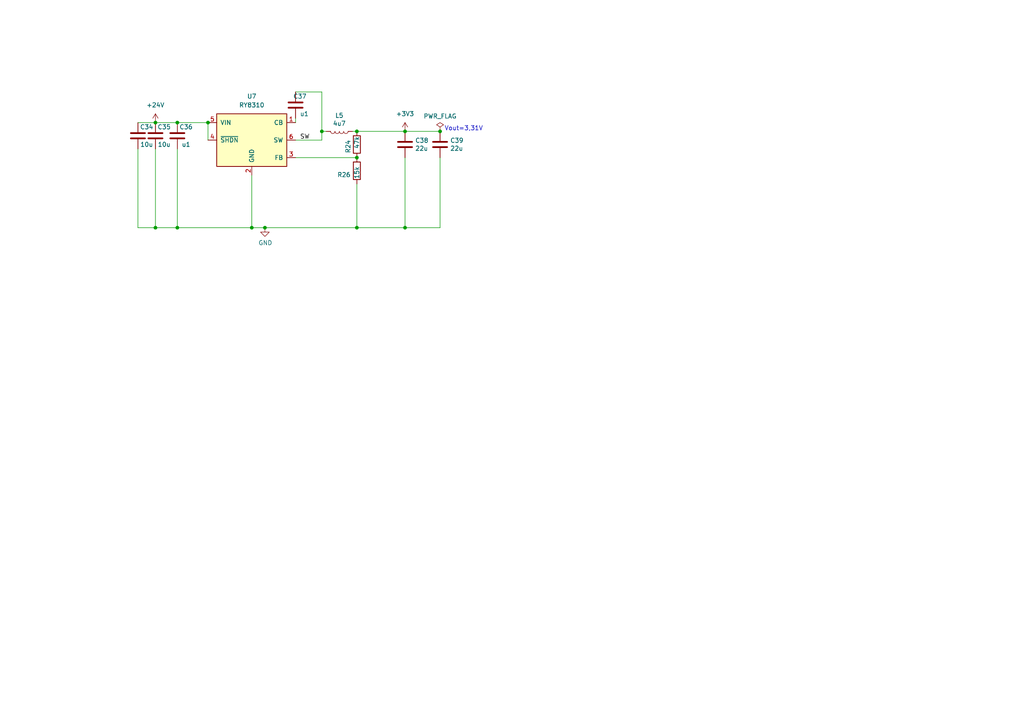
<source format=kicad_sch>
(kicad_sch (version 20230121) (generator eeschema)
  (paper "A4")
  (lib_symbols
    (symbol "Device:C" (pin_numbers hide) (pin_names (offset 0.254))
      (property "Reference" "C" (at 0.635 2.54 0))
      (property "Value" "C" (at 0.635 -2.54 0))
      (symbol "C_0_1"
        (polyline (pts (xy -2.032 -0.762) (xy 2.032 -0.762)) (stroke (width 0.508)))
        (polyline (pts (xy -2.032 0.762) (xy 2.032 0.762)) (stroke (width 0.508)))
      )
      (symbol "C_1_1"
        (pin passive line (at 0 3.81 270) (length 2.794) (name "~") (number "1"))
        (pin passive line (at 0 -3.81 90) (length 2.794) (name "~") (number "2"))
      )
    )
    (symbol "Device:L" (pin_numbers hide) (pin_names (offset 1.016) hide)
      (property "Reference" "L" (at -1.27 0 90))
      (property "Value" "L" (at 1.905 0 90))
      (symbol "L_0_1"
        (arc (start 0 -2.54) (mid 0.6323 -1.905) (end 0 -1.27))
        (arc (start 0 -1.27) (mid 0.6323 -0.635) (end 0 0))
        (arc (start 0 0) (mid 0.6323 0.635) (end 0 1.27))
        (arc (start 0 1.27) (mid 0.6323 1.905) (end 0 2.54))
      )
      (symbol "L_1_1"
        (pin passive line (at 0 3.81 270) (length 1.27) (name "1") (number "1"))
        (pin passive line (at 0 -3.81 90) (length 1.27) (name "2") (number "2"))
      )
    )
    (symbol "Device:R" (pin_numbers hide) (pin_names (offset 0))
      (property "Reference" "R" (at 2.032 0 90))
      (property "Value" "R" (at 0 0 90))
      (symbol "R_0_1"
        (rectangle (start -1.016 -2.54) (end 1.016 2.54) (stroke (width 0.254)))
      )
      (symbol "R_1_1"
        (pin passive line (at 0 3.81 270) (length 1.27) (name "~") (number "1"))
        (pin passive line (at 0 -3.81 90) (length 1.27) (name "~") (number "2"))
      )
    )
    (symbol "Regulator_Switching:LMR14206" (pin_names (offset 1.016))
      (property "Reference" "U" (at -10.16 11.43 0))
      (property "Value" "LMR14206" (at -10.16 8.89 0))
      (symbol "LMR14206_0_1"
        (rectangle (start -10.16 7.62) (end 10.16 -7.62) (stroke (width 0.254)) (fill (type background)))
      )
      (symbol "LMR14206_1_1"
        (pin input line (at 12.7 5.08 180) (length 2.54) (name "CB") (number "1"))
        (pin power_in line (at 0 -10.16 90) (length 2.54) (name "GND") (number "2"))
        (pin input line (at 12.7 -5.08 180) (length 2.54) (name "FB") (number "3"))
        (pin input line (at -12.7 0 0) (length 2.54) (name "~{SHDN}") (number "4"))
        (pin power_in line (at -12.7 5.08 0) (length 2.54) (name "VIN") (number "5"))
        (pin output line (at 12.7 0 180) (length 2.54) (name "SW") (number "6"))
      )
    )
    (symbol "power:+24V" (power) (pin_names (offset 0))
      (property "Value" "+24V" (at 0 3.556 0))
      (symbol "+24V_0_1"
        (polyline (pts (xy -0.762 1.27) (xy 0 2.54)))
        (polyline (pts (xy 0 0) (xy 0 2.54)))
        (polyline (pts (xy 0 2.54) (xy 0.762 1.27)))
      )
      (symbol "+24V_1_1"
        (pin power_in line (at 0 0 90) (length 0) hide (name "+24V") (number "1"))
      )
    )
    (symbol "power:+3V3" (power) (pin_names (offset 0))
      (property "Value" "+3V3" (at 0 3.556 0))
      (symbol "+3V3_0_1"
        (polyline (pts (xy -0.762 1.27) (xy 0 2.54)))
        (polyline (pts (xy 0 0) (xy 0 2.54)))
        (polyline (pts (xy 0 2.54) (xy 0.762 1.27)))
      )
      (symbol "+3V3_1_1"
        (pin power_in line (at 0 0 90) (length 0) hide (name "+3V3") (number "1"))
      )
    )
    (symbol "power:GND" (power) (pin_names (offset 0))
      (property "Value" "GND" (at 0 -3.81 0))
      (symbol "GND_0_1"
        (polyline (pts (xy 0 0) (xy 0 -1.27) (xy 1.27 -1.27) (xy 0 -2.54) (xy -1.27 -1.27) (xy 0 -1.27)))
      )
      (symbol "GND_1_1"
        (pin power_in line (at 0 0 270) (length 0) hide (name "GND") (number "1"))
      )
    )
    (symbol "power:PWR_FLAG" (power) (pin_numbers hide) (pin_names (offset 0) hide)
      (property "Value" "PWR_FLAG" (at 0 3.81 0))
      (symbol "PWR_FLAG_0_0"
        (pin power_out line (at 0 0 90) (length 0) (name "pwr") (number "1"))
      )
      (symbol "PWR_FLAG_0_1"
        (polyline (pts (xy 0 0) (xy 0 1.27) (xy -1.016 1.905) (xy 0 2.54) (xy 1.016 1.905) (xy 0 1.27)))
      )
    )
  )
  (junction (at 60.325 35.56))
  (junction (at 76.835 66.04))
  (junction (at 103.505 66.04))
  (junction (at 103.505 45.72))
  (junction (at 45.085 35.56))
  (junction (at 51.435 66.04))
  (junction (at 73.025 66.04))
  (junction (at 51.435 35.56))
  (junction (at 117.475 38.1))
  (junction (at 103.505 38.1))
  (junction (at 127.635 38.1))
  (junction (at 117.475 66.04))
  (junction (at 93.345 38.1))
  (junction (at 45.085 66.04))
  (wire (pts (xy 117.475 38.1) (xy 127.635 38.1)))
  (wire (pts (xy 40.005 35.56) (xy 45.085 35.56)))
  (wire (pts (xy 103.505 66.04) (xy 103.505 53.34)))
  (wire (pts (xy 85.725 26.67) (xy 93.345 26.67)))
  (wire (pts (xy 45.085 35.56) (xy 51.435 35.56)))
  (wire (pts (xy 73.025 50.8) (xy 73.025 66.04)))
  (wire (pts (xy 40.005 66.04) (xy 45.085 66.04)))
  (wire (pts (xy 45.085 43.18) (xy 45.085 66.04)))
  (wire (pts (xy 103.505 38.1) (xy 117.475 38.1)))
  (wire (pts (xy 45.085 66.04) (xy 51.435 66.04)))
  (wire (pts (xy 51.435 66.04) (xy 73.025 66.04)))
  (wire (pts (xy 93.345 26.67) (xy 93.345 38.1)))
  (wire (pts (xy 40.005 43.18) (xy 40.005 66.04)))
  (wire (pts (xy 117.475 66.04) (xy 127.635 66.04)))
  (wire (pts (xy 85.725 45.72) (xy 103.505 45.72)))
  (wire (pts (xy 60.325 35.56) (xy 60.325 40.64)))
  (wire (pts (xy 117.475 66.04) (xy 103.505 66.04)))
  (wire (pts (xy 102.235 38.1) (xy 103.505 38.1)))
  (wire (pts (xy 85.725 40.64) (xy 93.345 40.64)))
  (wire (pts (xy 117.475 45.72) (xy 117.475 66.04)))
  (wire (pts (xy 51.435 43.18) (xy 51.435 66.04)))
  (wire (pts (xy 76.835 66.04) (xy 103.505 66.04)))
  (wire (pts (xy 73.025 66.04) (xy 76.835 66.04)))
  (wire (pts (xy 60.325 35.56) (xy 51.435 35.56)))
  (wire (pts (xy 94.615 38.1) (xy 93.345 38.1)))
  (wire (pts (xy 93.345 40.64) (xy 93.345 38.1)))
  (wire (pts (xy 127.635 66.04) (xy 127.635 45.72)))
  (wire (pts (xy 85.725 34.29) (xy 85.725 35.56)))
  (text "Vout=3,31V" (at 128.905 38.1 0) (effects (font (size 1.27 1.27)) (justify left bottom)))
  (label "SW" (at 86.995 40.64 0))
  (symbol (lib_id "power:PWR_FLAG") (at 127.635 38.1 0) (unit 1)
    (property "Reference" "#FLG0103" (effects hide))
    (property "Value" "PWR_FLAG" (at 127.635 33.7058 0))
  )
  (symbol (lib_id "power:+24V") (at 45.085 35.56 0) (unit 1)
    (property "Reference" "#PWR0136" (effects hide))
    (property "Value" "+24V" (at 45.085 30.48 0))
  )
  (symbol (lib_id "Device:C") (at 127.635 41.91 0) (unit 1)
    (property "Reference" "C39" (at 130.556 40.7416 0) (effects (justify left)))
    (property "Value" "22u" (at 130.556 43.053 0) (effects (justify left)))
    (property "Footprint" "Capacitor_SMD:C_0603_1608Metric" (effects hide))
  )
  (symbol (lib_id "Device:C") (at 85.725 30.48 180) (unit 1)
    (property "Reference" "C37" (at 86.995 27.94 0))
    (property "Value" "u1" (at 88.265 33.02 0))
    (property "Footprint" "Capacitor_SMD:C_0603_1608Metric" (effects hide))
  )
  (symbol (lib_id "Device:R") (at 103.505 41.91 0) (unit 1)
    (property "Reference" "R24" (at 100.965 44.45 90) (effects (justify left)))
    (property "Value" "47k" (at 103.505 43.18 90) (effects (justify left)))
    (property "Footprint" "Resistor_SMD:R_0402_1005Metric" (effects hide))
  )
  (symbol (lib_id "Device:L") (at 98.425 38.1 270) (unit 1)
    (property "Reference" "L5" (at 98.425 33.5026 90))
    (property "Value" "4u7" (at 98.425 35.814 90))
    (property "Footprint" "Inductor_SMD:L_Abracon_ASPI-0630LR" (effects hide))
    (property "Datasheet" "C408449" (effects hide))
  )
  (symbol (lib_id "Device:C") (at 40.005 39.37 180) (unit 1)
    (property "Reference" "C34" (at 42.545 36.83 0))
    (property "Value" "10u" (at 42.545 41.91 0))
    (property "Footprint" "Capacitor_SMD:C_1206_3216Metric" (effects hide))
  )
  (symbol (lib_id "Device:R") (at 103.505 49.53 180) (unit 1)
    (property "Reference" "R26" (at 101.727 50.6984 0) (effects (justify left)))
    (property "Value" "15k" (at 103.505 48.26 90) (effects (justify left)))
    (property "Footprint" "Resistor_SMD:R_0402_1005Metric" (effects hide))
  )
  (symbol (lib_id "Device:C") (at 51.435 39.37 180) (unit 1)
    (property "Reference" "C36" (at 53.975 36.83 0))
    (property "Value" "u1" (at 53.975 41.91 0))
    (property "Footprint" "Capacitor_SMD:C_0603_1608Metric" (effects hide))
  )
  (symbol (lib_id "power:GND") (at 76.835 66.04 0) (unit 1)
    (property "Reference" "#PWR0135" (effects hide))
    (property "Value" "GND" (at 76.962 70.4342 0))
  )
  (symbol (lib_id "Device:C") (at 117.475 41.91 0) (unit 1)
    (property "Reference" "C38" (at 120.396 40.7416 0) (effects (justify left)))
    (property "Value" "22u" (at 120.396 43.053 0) (effects (justify left)))
    (property "Footprint" "Capacitor_SMD:C_0603_1608Metric" (effects hide))
  )
  (symbol (lib_id "power:+3V3") (at 117.475 38.1 0) (unit 1)
    (property "Reference" "#PWR0134" (effects hide))
    (property "Value" "+3V3" (at 117.475 33.02 0))
  )
  (symbol (lib_id "Regulator_Switching:LMR14206") (at 73.025 40.64 0) (unit 1)
    (property "Reference" "U7" (at 73.025 27.94 0))
    (property "Value" "RY8310" (at 73.025 30.48 0))
    (property "Footprint" "Package_TO_SOT_SMD:SOT-23-6" (effects hide))
    (property "Datasheet" "http://www.ti.com/lit/ds/symlink/lmr14206.pdf" (effects hide))
  )
  (symbol (lib_id "Device:C") (at 45.085 39.37 180) (unit 1)
    (property "Reference" "C35" (at 47.625 36.83 0))
    (property "Value" "10u" (at 47.625 41.91 0))
    (property "Footprint" "Capacitor_SMD:C_1206_3216Metric" (effects hide))
  )
)
</source>
